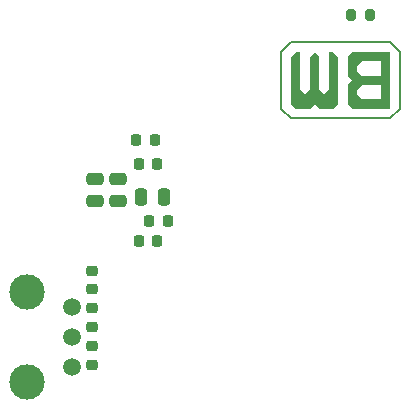
<source format=gbr>
%TF.GenerationSoftware,KiCad,Pcbnew,9.0.3*%
%TF.CreationDate,2025-07-26T12:32:41+02:00*%
%TF.ProjectId,DigitalAudioProcessor,44696769-7461-46c4-9175-64696f50726f,rev?*%
%TF.SameCoordinates,Original*%
%TF.FileFunction,Soldermask,Bot*%
%TF.FilePolarity,Negative*%
%FSLAX46Y46*%
G04 Gerber Fmt 4.6, Leading zero omitted, Abs format (unit mm)*
G04 Created by KiCad (PCBNEW 9.0.3) date 2025-07-26 12:32:41*
%MOMM*%
%LPD*%
G01*
G04 APERTURE LIST*
G04 Aperture macros list*
%AMRoundRect*
0 Rectangle with rounded corners*
0 $1 Rounding radius*
0 $2 $3 $4 $5 $6 $7 $8 $9 X,Y pos of 4 corners*
0 Add a 4 corners polygon primitive as box body*
4,1,4,$2,$3,$4,$5,$6,$7,$8,$9,$2,$3,0*
0 Add four circle primitives for the rounded corners*
1,1,$1+$1,$2,$3*
1,1,$1+$1,$4,$5*
1,1,$1+$1,$6,$7*
1,1,$1+$1,$8,$9*
0 Add four rect primitives between the rounded corners*
20,1,$1+$1,$2,$3,$4,$5,0*
20,1,$1+$1,$4,$5,$6,$7,0*
20,1,$1+$1,$6,$7,$8,$9,0*
20,1,$1+$1,$8,$9,$2,$3,0*%
G04 Aperture macros list end*
%ADD10C,0.200000*%
%ADD11C,0.000000*%
%ADD12C,3.000000*%
%ADD13C,1.500000*%
%ADD14RoundRect,0.250000X0.475000X-0.250000X0.475000X0.250000X-0.475000X0.250000X-0.475000X-0.250000X0*%
%ADD15RoundRect,0.225000X0.225000X0.250000X-0.225000X0.250000X-0.225000X-0.250000X0.225000X-0.250000X0*%
%ADD16RoundRect,0.225000X-0.225000X-0.250000X0.225000X-0.250000X0.225000X0.250000X-0.225000X0.250000X0*%
%ADD17RoundRect,0.225000X0.250000X-0.225000X0.250000X0.225000X-0.250000X0.225000X-0.250000X-0.225000X0*%
%ADD18RoundRect,0.218750X-0.256250X0.218750X-0.256250X-0.218750X0.256250X-0.218750X0.256250X0.218750X0*%
%ADD19RoundRect,0.200000X-0.200000X-0.275000X0.200000X-0.275000X0.200000X0.275000X-0.200000X0.275000X0*%
%ADD20RoundRect,0.250000X0.250000X0.475000X-0.250000X0.475000X-0.250000X-0.475000X0.250000X-0.475000X0*%
G04 APERTURE END LIST*
D10*
%TO.C,REF\u002A\u002A*%
X166200000Y-85900000D02*
X166200000Y-90700000D01*
X165400000Y-91500000D01*
X157000000Y-91500000D01*
X156200000Y-90700000D01*
X156200000Y-85900000D01*
X157000000Y-85100000D01*
X165400000Y-85100000D01*
X166200000Y-85900000D01*
D11*
G36*
X165400000Y-86700000D02*
G01*
X163000000Y-86700000D01*
X162600000Y-87100000D01*
X162600000Y-87500000D01*
X163000000Y-87900000D01*
X161800000Y-87900000D01*
X161800000Y-86300000D01*
X162200000Y-85900000D01*
X165400000Y-85900000D01*
X165400000Y-86700000D01*
G37*
G36*
X165400000Y-90700000D02*
G01*
X162200000Y-90700000D01*
X161800000Y-90300000D01*
X161800000Y-89100000D01*
X162600000Y-89100000D01*
X162600000Y-89500000D01*
X163000000Y-89900000D01*
X164600000Y-89900000D01*
X164600000Y-88700000D01*
X163000000Y-88700000D01*
X162600000Y-89100000D01*
X161800000Y-89100000D01*
X161800000Y-88700000D01*
X162200000Y-88300000D01*
X161800000Y-87900000D01*
X164600000Y-87900000D01*
X164600000Y-86700000D01*
X165400000Y-86700000D01*
X165400000Y-90700000D01*
G37*
G36*
X157800000Y-89100000D02*
G01*
X158200000Y-89500000D01*
X158600000Y-89100000D01*
X158600000Y-86300000D01*
X159000000Y-85900000D01*
X159400000Y-86300000D01*
X159400000Y-89100000D01*
X159800000Y-89500000D01*
X160200000Y-89100000D01*
X160200000Y-85900000D01*
X160600000Y-85900000D01*
X161000000Y-86300000D01*
X161000000Y-90300000D01*
X160600000Y-90700000D01*
X159400000Y-90700000D01*
X159000000Y-90300000D01*
X158600000Y-90700000D01*
X157400000Y-90700000D01*
X157000000Y-90300000D01*
X157000000Y-86300000D01*
X157400000Y-85900000D01*
X157800000Y-85900000D01*
X157800000Y-89100000D01*
G37*
%TD*%
D12*
%TO.C,U1*%
X134700000Y-113810000D03*
X134700000Y-106190000D03*
D13*
X138450000Y-112540000D03*
X138450000Y-110000000D03*
X138450000Y-107460000D03*
%TD*%
D14*
%TO.C,C16*%
X142400000Y-98550000D03*
X142400000Y-96650000D03*
%TD*%
%TO.C,C17*%
X140400000Y-98550000D03*
X140400000Y-96650000D03*
%TD*%
D15*
%TO.C,C1*%
X145675000Y-95400000D03*
X144125000Y-95400000D03*
%TD*%
D16*
%TO.C,C13*%
X145025000Y-100200000D03*
X146575000Y-100200000D03*
%TD*%
D17*
%TO.C,C14*%
X140200000Y-112375000D03*
X140200000Y-110825000D03*
%TD*%
D18*
%TO.C,FB1*%
X140200000Y-104412500D03*
X140200000Y-105987500D03*
%TD*%
D19*
%TO.C,R1*%
X162075000Y-82800000D03*
X163725000Y-82800000D03*
%TD*%
D20*
%TO.C,C6*%
X146250000Y-98200000D03*
X144350000Y-98200000D03*
%TD*%
D16*
%TO.C,C2*%
X143925000Y-93400000D03*
X145475000Y-93400000D03*
%TD*%
D17*
%TO.C,C15*%
X140200000Y-109175000D03*
X140200000Y-107625000D03*
%TD*%
D15*
%TO.C,C5*%
X145675000Y-101900000D03*
X144125000Y-101900000D03*
%TD*%
M02*

</source>
